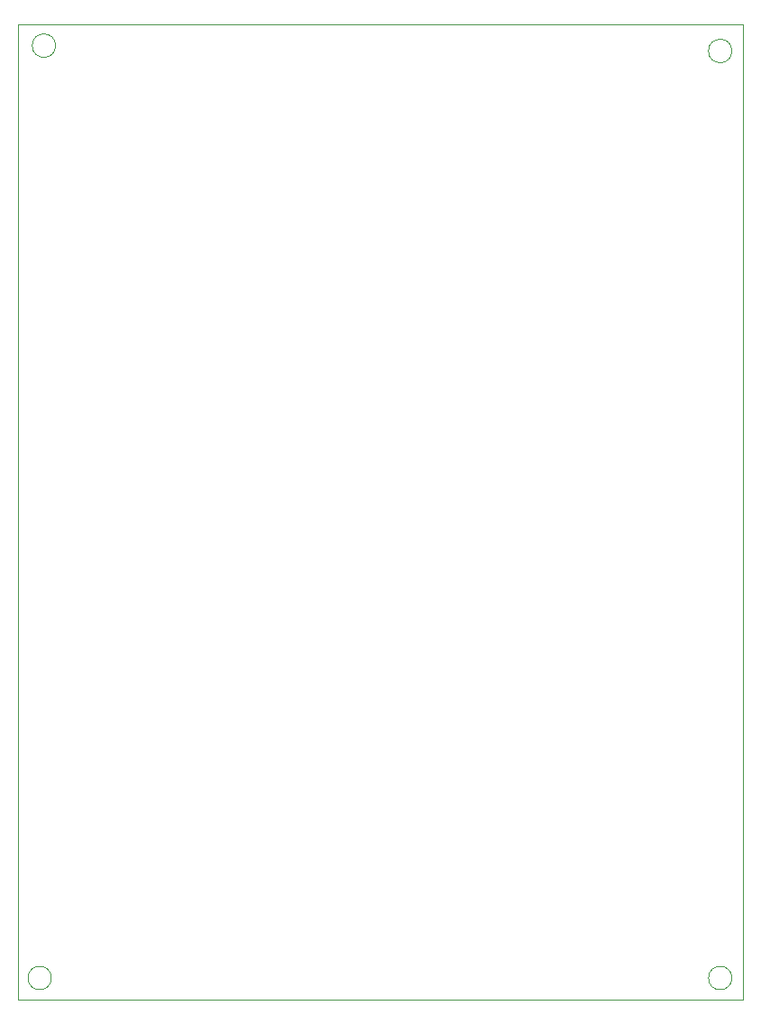
<source format=gbr>
%TF.GenerationSoftware,KiCad,Pcbnew,8.0.7*%
%TF.CreationDate,2025-02-18T15:16:03-08:00*%
%TF.ProjectId,pcbfrfr,70636266-7266-4722-9e6b-696361645f70,rev?*%
%TF.SameCoordinates,Original*%
%TF.FileFunction,Profile,NP*%
%FSLAX46Y46*%
G04 Gerber Fmt 4.6, Leading zero omitted, Abs format (unit mm)*
G04 Created by KiCad (PCBNEW 8.0.7) date 2025-02-18 15:16:03*
%MOMM*%
%LPD*%
G01*
G04 APERTURE LIST*
%TA.AperFunction,Profile*%
%ADD10C,0.050000*%
%TD*%
G04 APERTURE END LIST*
D10*
X186000000Y-121500000D02*
G75*
G02*
X183800000Y-121500000I-1100000J0D01*
G01*
X183800000Y-121500000D02*
G75*
G02*
X186000000Y-121500000I1100000J0D01*
G01*
X122500000Y-34000000D02*
G75*
G02*
X120300000Y-34000000I-1100000J0D01*
G01*
X120300000Y-34000000D02*
G75*
G02*
X122500000Y-34000000I1100000J0D01*
G01*
X119000000Y-32000000D02*
X187000000Y-32000000D01*
X187000000Y-123500000D01*
X119000000Y-123500000D01*
X119000000Y-32000000D01*
X122100000Y-121500000D02*
G75*
G02*
X119900000Y-121500000I-1100000J0D01*
G01*
X119900000Y-121500000D02*
G75*
G02*
X122100000Y-121500000I1100000J0D01*
G01*
X186000000Y-34500000D02*
G75*
G02*
X183800000Y-34500000I-1100000J0D01*
G01*
X183800000Y-34500000D02*
G75*
G02*
X186000000Y-34500000I1100000J0D01*
G01*
M02*

</source>
